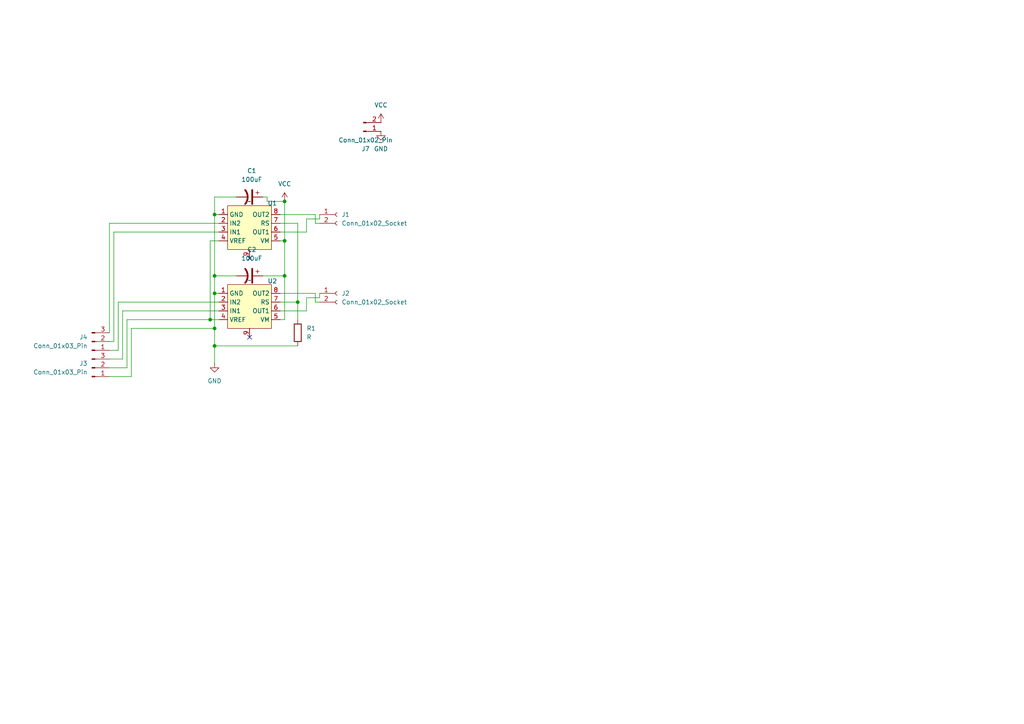
<source format=kicad_sch>
(kicad_sch
	(version 20250114)
	(generator "eeschema")
	(generator_version "9.0")
	(uuid "35fa9cbb-6ce4-4788-a9b5-1bdd47836733")
	(paper "A4")
	(lib_symbols
		(symbol "Connector:Conn_01x02_Pin"
			(pin_names
				(offset 1.016)
				(hide yes)
			)
			(exclude_from_sim no)
			(in_bom yes)
			(on_board yes)
			(property "Reference" "J"
				(at 0 2.54 0)
				(effects
					(font
						(size 1.27 1.27)
					)
				)
			)
			(property "Value" "Conn_01x02_Pin"
				(at 0 -5.08 0)
				(effects
					(font
						(size 1.27 1.27)
					)
				)
			)
			(property "Footprint" ""
				(at 0 0 0)
				(effects
					(font
						(size 1.27 1.27)
					)
					(hide yes)
				)
			)
			(property "Datasheet" "~"
				(at 0 0 0)
				(effects
					(font
						(size 1.27 1.27)
					)
					(hide yes)
				)
			)
			(property "Description" "Generic connector, single row, 01x02, script generated"
				(at 0 0 0)
				(effects
					(font
						(size 1.27 1.27)
					)
					(hide yes)
				)
			)
			(property "ki_locked" ""
				(at 0 0 0)
				(effects
					(font
						(size 1.27 1.27)
					)
				)
			)
			(property "ki_keywords" "connector"
				(at 0 0 0)
				(effects
					(font
						(size 1.27 1.27)
					)
					(hide yes)
				)
			)
			(property "ki_fp_filters" "Connector*:*_1x??_*"
				(at 0 0 0)
				(effects
					(font
						(size 1.27 1.27)
					)
					(hide yes)
				)
			)
			(symbol "Conn_01x02_Pin_1_1"
				(rectangle
					(start 0.8636 0.127)
					(end 0 -0.127)
					(stroke
						(width 0.1524)
						(type default)
					)
					(fill
						(type outline)
					)
				)
				(rectangle
					(start 0.8636 -2.413)
					(end 0 -2.667)
					(stroke
						(width 0.1524)
						(type default)
					)
					(fill
						(type outline)
					)
				)
				(polyline
					(pts
						(xy 1.27 0) (xy 0.8636 0)
					)
					(stroke
						(width 0.1524)
						(type default)
					)
					(fill
						(type none)
					)
				)
				(polyline
					(pts
						(xy 1.27 -2.54) (xy 0.8636 -2.54)
					)
					(stroke
						(width 0.1524)
						(type default)
					)
					(fill
						(type none)
					)
				)
				(pin passive line
					(at 5.08 0 180)
					(length 3.81)
					(name "Pin_1"
						(effects
							(font
								(size 1.27 1.27)
							)
						)
					)
					(number "1"
						(effects
							(font
								(size 1.27 1.27)
							)
						)
					)
				)
				(pin passive line
					(at 5.08 -2.54 180)
					(length 3.81)
					(name "Pin_2"
						(effects
							(font
								(size 1.27 1.27)
							)
						)
					)
					(number "2"
						(effects
							(font
								(size 1.27 1.27)
							)
						)
					)
				)
			)
			(embedded_fonts no)
		)
		(symbol "Connector:Conn_01x02_Socket"
			(pin_names
				(offset 1.016)
				(hide yes)
			)
			(exclude_from_sim no)
			(in_bom yes)
			(on_board yes)
			(property "Reference" "J"
				(at 0 2.54 0)
				(effects
					(font
						(size 1.27 1.27)
					)
				)
			)
			(property "Value" "Conn_01x02_Socket"
				(at 0 -5.08 0)
				(effects
					(font
						(size 1.27 1.27)
					)
				)
			)
			(property "Footprint" ""
				(at 0 0 0)
				(effects
					(font
						(size 1.27 1.27)
					)
					(hide yes)
				)
			)
			(property "Datasheet" "~"
				(at 0 0 0)
				(effects
					(font
						(size 1.27 1.27)
					)
					(hide yes)
				)
			)
			(property "Description" "Generic connector, single row, 01x02, script generated"
				(at 0 0 0)
				(effects
					(font
						(size 1.27 1.27)
					)
					(hide yes)
				)
			)
			(property "ki_locked" ""
				(at 0 0 0)
				(effects
					(font
						(size 1.27 1.27)
					)
				)
			)
			(property "ki_keywords" "connector"
				(at 0 0 0)
				(effects
					(font
						(size 1.27 1.27)
					)
					(hide yes)
				)
			)
			(property "ki_fp_filters" "Connector*:*_1x??_*"
				(at 0 0 0)
				(effects
					(font
						(size 1.27 1.27)
					)
					(hide yes)
				)
			)
			(symbol "Conn_01x02_Socket_1_1"
				(polyline
					(pts
						(xy -1.27 0) (xy -0.508 0)
					)
					(stroke
						(width 0.1524)
						(type default)
					)
					(fill
						(type none)
					)
				)
				(polyline
					(pts
						(xy -1.27 -2.54) (xy -0.508 -2.54)
					)
					(stroke
						(width 0.1524)
						(type default)
					)
					(fill
						(type none)
					)
				)
				(arc
					(start 0 -0.508)
					(mid -0.5058 0)
					(end 0 0.508)
					(stroke
						(width 0.1524)
						(type default)
					)
					(fill
						(type none)
					)
				)
				(arc
					(start 0 -3.048)
					(mid -0.5058 -2.54)
					(end 0 -2.032)
					(stroke
						(width 0.1524)
						(type default)
					)
					(fill
						(type none)
					)
				)
				(pin passive line
					(at -5.08 0 0)
					(length 3.81)
					(name "Pin_1"
						(effects
							(font
								(size 1.27 1.27)
							)
						)
					)
					(number "1"
						(effects
							(font
								(size 1.27 1.27)
							)
						)
					)
				)
				(pin passive line
					(at -5.08 -2.54 0)
					(length 3.81)
					(name "Pin_2"
						(effects
							(font
								(size 1.27 1.27)
							)
						)
					)
					(number "2"
						(effects
							(font
								(size 1.27 1.27)
							)
						)
					)
				)
			)
			(embedded_fonts no)
		)
		(symbol "Connector:Conn_01x03_Pin"
			(pin_names
				(offset 1.016)
				(hide yes)
			)
			(exclude_from_sim no)
			(in_bom yes)
			(on_board yes)
			(property "Reference" "J"
				(at 0 5.08 0)
				(effects
					(font
						(size 1.27 1.27)
					)
				)
			)
			(property "Value" "Conn_01x03_Pin"
				(at 0 -5.08 0)
				(effects
					(font
						(size 1.27 1.27)
					)
				)
			)
			(property "Footprint" ""
				(at 0 0 0)
				(effects
					(font
						(size 1.27 1.27)
					)
					(hide yes)
				)
			)
			(property "Datasheet" "~"
				(at 0 0 0)
				(effects
					(font
						(size 1.27 1.27)
					)
					(hide yes)
				)
			)
			(property "Description" "Generic connector, single row, 01x03, script generated"
				(at 0 0 0)
				(effects
					(font
						(size 1.27 1.27)
					)
					(hide yes)
				)
			)
			(property "ki_locked" ""
				(at 0 0 0)
				(effects
					(font
						(size 1.27 1.27)
					)
				)
			)
			(property "ki_keywords" "connector"
				(at 0 0 0)
				(effects
					(font
						(size 1.27 1.27)
					)
					(hide yes)
				)
			)
			(property "ki_fp_filters" "Connector*:*_1x??_*"
				(at 0 0 0)
				(effects
					(font
						(size 1.27 1.27)
					)
					(hide yes)
				)
			)
			(symbol "Conn_01x03_Pin_1_1"
				(rectangle
					(start 0.8636 2.667)
					(end 0 2.413)
					(stroke
						(width 0.1524)
						(type default)
					)
					(fill
						(type outline)
					)
				)
				(rectangle
					(start 0.8636 0.127)
					(end 0 -0.127)
					(stroke
						(width 0.1524)
						(type default)
					)
					(fill
						(type outline)
					)
				)
				(rectangle
					(start 0.8636 -2.413)
					(end 0 -2.667)
					(stroke
						(width 0.1524)
						(type default)
					)
					(fill
						(type outline)
					)
				)
				(polyline
					(pts
						(xy 1.27 2.54) (xy 0.8636 2.54)
					)
					(stroke
						(width 0.1524)
						(type default)
					)
					(fill
						(type none)
					)
				)
				(polyline
					(pts
						(xy 1.27 0) (xy 0.8636 0)
					)
					(stroke
						(width 0.1524)
						(type default)
					)
					(fill
						(type none)
					)
				)
				(polyline
					(pts
						(xy 1.27 -2.54) (xy 0.8636 -2.54)
					)
					(stroke
						(width 0.1524)
						(type default)
					)
					(fill
						(type none)
					)
				)
				(pin passive line
					(at 5.08 2.54 180)
					(length 3.81)
					(name "Pin_1"
						(effects
							(font
								(size 1.27 1.27)
							)
						)
					)
					(number "1"
						(effects
							(font
								(size 1.27 1.27)
							)
						)
					)
				)
				(pin passive line
					(at 5.08 0 180)
					(length 3.81)
					(name "Pin_2"
						(effects
							(font
								(size 1.27 1.27)
							)
						)
					)
					(number "2"
						(effects
							(font
								(size 1.27 1.27)
							)
						)
					)
				)
				(pin passive line
					(at 5.08 -2.54 180)
					(length 3.81)
					(name "Pin_3"
						(effects
							(font
								(size 1.27 1.27)
							)
						)
					)
					(number "3"
						(effects
							(font
								(size 1.27 1.27)
							)
						)
					)
				)
			)
			(embedded_fonts no)
		)
		(symbol "Device:C_Polarized_US"
			(pin_numbers
				(hide yes)
			)
			(pin_names
				(offset 0.254)
				(hide yes)
			)
			(exclude_from_sim no)
			(in_bom yes)
			(on_board yes)
			(property "Reference" "C"
				(at 0.635 2.54 0)
				(effects
					(font
						(size 1.27 1.27)
					)
					(justify left)
				)
			)
			(property "Value" "C_Polarized_US"
				(at 0.635 -2.54 0)
				(effects
					(font
						(size 1.27 1.27)
					)
					(justify left)
				)
			)
			(property "Footprint" ""
				(at 0 0 0)
				(effects
					(font
						(size 1.27 1.27)
					)
					(hide yes)
				)
			)
			(property "Datasheet" "~"
				(at 0 0 0)
				(effects
					(font
						(size 1.27 1.27)
					)
					(hide yes)
				)
			)
			(property "Description" "Polarized capacitor, US symbol"
				(at 0 0 0)
				(effects
					(font
						(size 1.27 1.27)
					)
					(hide yes)
				)
			)
			(property "ki_keywords" "cap capacitor"
				(at 0 0 0)
				(effects
					(font
						(size 1.27 1.27)
					)
					(hide yes)
				)
			)
			(property "ki_fp_filters" "CP_*"
				(at 0 0 0)
				(effects
					(font
						(size 1.27 1.27)
					)
					(hide yes)
				)
			)
			(symbol "C_Polarized_US_0_1"
				(polyline
					(pts
						(xy -2.032 0.762) (xy 2.032 0.762)
					)
					(stroke
						(width 0.508)
						(type default)
					)
					(fill
						(type none)
					)
				)
				(polyline
					(pts
						(xy -1.778 2.286) (xy -0.762 2.286)
					)
					(stroke
						(width 0)
						(type default)
					)
					(fill
						(type none)
					)
				)
				(polyline
					(pts
						(xy -1.27 1.778) (xy -1.27 2.794)
					)
					(stroke
						(width 0)
						(type default)
					)
					(fill
						(type none)
					)
				)
				(arc
					(start -2.032 -1.27)
					(mid 0 -0.5572)
					(end 2.032 -1.27)
					(stroke
						(width 0.508)
						(type default)
					)
					(fill
						(type none)
					)
				)
			)
			(symbol "C_Polarized_US_1_1"
				(pin passive line
					(at 0 3.81 270)
					(length 2.794)
					(name "~"
						(effects
							(font
								(size 1.27 1.27)
							)
						)
					)
					(number "1"
						(effects
							(font
								(size 1.27 1.27)
							)
						)
					)
				)
				(pin passive line
					(at 0 -3.81 90)
					(length 3.302)
					(name "~"
						(effects
							(font
								(size 1.27 1.27)
							)
						)
					)
					(number "2"
						(effects
							(font
								(size 1.27 1.27)
							)
						)
					)
				)
			)
			(embedded_fonts no)
		)
		(symbol "Device:R"
			(pin_numbers
				(hide yes)
			)
			(pin_names
				(offset 0)
			)
			(exclude_from_sim no)
			(in_bom yes)
			(on_board yes)
			(property "Reference" "R"
				(at 2.032 0 90)
				(effects
					(font
						(size 1.27 1.27)
					)
				)
			)
			(property "Value" "R"
				(at 0 0 90)
				(effects
					(font
						(size 1.27 1.27)
					)
				)
			)
			(property "Footprint" ""
				(at -1.778 0 90)
				(effects
					(font
						(size 1.27 1.27)
					)
					(hide yes)
				)
			)
			(property "Datasheet" "~"
				(at 0 0 0)
				(effects
					(font
						(size 1.27 1.27)
					)
					(hide yes)
				)
			)
			(property "Description" "Resistor"
				(at 0 0 0)
				(effects
					(font
						(size 1.27 1.27)
					)
					(hide yes)
				)
			)
			(property "ki_keywords" "R res resistor"
				(at 0 0 0)
				(effects
					(font
						(size 1.27 1.27)
					)
					(hide yes)
				)
			)
			(property "ki_fp_filters" "R_*"
				(at 0 0 0)
				(effects
					(font
						(size 1.27 1.27)
					)
					(hide yes)
				)
			)
			(symbol "R_0_1"
				(rectangle
					(start -1.016 -2.54)
					(end 1.016 2.54)
					(stroke
						(width 0.254)
						(type default)
					)
					(fill
						(type none)
					)
				)
			)
			(symbol "R_1_1"
				(pin passive line
					(at 0 3.81 270)
					(length 1.27)
					(name "~"
						(effects
							(font
								(size 1.27 1.27)
							)
						)
					)
					(number "1"
						(effects
							(font
								(size 1.27 1.27)
							)
						)
					)
				)
				(pin passive line
					(at 0 -3.81 90)
					(length 1.27)
					(name "~"
						(effects
							(font
								(size 1.27 1.27)
							)
						)
					)
					(number "2"
						(effects
							(font
								(size 1.27 1.27)
							)
						)
					)
				)
			)
			(embedded_fonts no)
		)
		(symbol "Mtd:TB67H450"
			(exclude_from_sim no)
			(in_bom yes)
			(on_board yes)
			(property "Reference" "U"
				(at 0 2.794 0)
				(effects
					(font
						(size 1.27 1.27)
					)
				)
			)
			(property "Value" ""
				(at 0 0 0)
				(effects
					(font
						(size 1.27 1.27)
					)
				)
			)
			(property "Footprint" ""
				(at 0 0 0)
				(effects
					(font
						(size 1.27 1.27)
					)
					(hide yes)
				)
			)
			(property "Datasheet" ""
				(at 0 0 0)
				(effects
					(font
						(size 1.27 1.27)
					)
					(hide yes)
				)
			)
			(property "Description" ""
				(at 0 0 0)
				(effects
					(font
						(size 1.27 1.27)
					)
					(hide yes)
				)
			)
			(symbol "TB67H450_1_1"
				(rectangle
					(start -6.35 0)
					(end 6.35 -12.7)
					(stroke
						(width 0)
						(type solid)
					)
					(fill
						(type background)
					)
				)
				(pin bidirectional line
					(at -8.89 -2.54 0)
					(length 2.54)
					(name "GND"
						(effects
							(font
								(size 1.27 1.27)
							)
						)
					)
					(number "1"
						(effects
							(font
								(size 1.27 1.27)
							)
						)
					)
				)
				(pin bidirectional line
					(at -8.89 -5.08 0)
					(length 2.54)
					(name "IN2"
						(effects
							(font
								(size 1.27 1.27)
							)
						)
					)
					(number "2"
						(effects
							(font
								(size 1.27 1.27)
							)
						)
					)
				)
				(pin bidirectional line
					(at -8.89 -7.62 0)
					(length 2.54)
					(name "IN1"
						(effects
							(font
								(size 1.27 1.27)
							)
						)
					)
					(number "3"
						(effects
							(font
								(size 1.27 1.27)
							)
						)
					)
				)
				(pin bidirectional line
					(at -8.89 -10.16 0)
					(length 2.54)
					(name "VREF"
						(effects
							(font
								(size 1.27 1.27)
							)
						)
					)
					(number "4"
						(effects
							(font
								(size 1.27 1.27)
							)
						)
					)
				)
				(pin bidirectional line
					(at 0 -15.24 90)
					(length 2.54)
					(name ""
						(effects
							(font
								(size 1.27 1.27)
							)
						)
					)
					(number "9"
						(effects
							(font
								(size 1.27 1.27)
							)
						)
					)
				)
				(pin bidirectional line
					(at 8.89 -2.54 180)
					(length 2.54)
					(name "OUT2"
						(effects
							(font
								(size 1.27 1.27)
							)
						)
					)
					(number "8"
						(effects
							(font
								(size 1.27 1.27)
							)
						)
					)
				)
				(pin bidirectional line
					(at 8.89 -5.08 180)
					(length 2.54)
					(name "RS"
						(effects
							(font
								(size 1.27 1.27)
							)
						)
					)
					(number "7"
						(effects
							(font
								(size 1.27 1.27)
							)
						)
					)
				)
				(pin bidirectional line
					(at 8.89 -7.62 180)
					(length 2.54)
					(name "OUT1"
						(effects
							(font
								(size 1.27 1.27)
							)
						)
					)
					(number "6"
						(effects
							(font
								(size 1.27 1.27)
							)
						)
					)
				)
				(pin bidirectional line
					(at 8.89 -10.16 180)
					(length 2.54)
					(name "VM"
						(effects
							(font
								(size 1.27 1.27)
							)
						)
					)
					(number "5"
						(effects
							(font
								(size 1.27 1.27)
							)
						)
					)
				)
			)
			(embedded_fonts no)
		)
		(symbol "TB67H450_1"
			(exclude_from_sim no)
			(in_bom yes)
			(on_board yes)
			(property "Reference" "U"
				(at 0 2.794 0)
				(effects
					(font
						(size 1.27 1.27)
					)
				)
			)
			(property "Value" ""
				(at 0 0 0)
				(effects
					(font
						(size 1.27 1.27)
					)
				)
			)
			(property "Footprint" ""
				(at 0 0 0)
				(effects
					(font
						(size 1.27 1.27)
					)
					(hide yes)
				)
			)
			(property "Datasheet" ""
				(at 0 0 0)
				(effects
					(font
						(size 1.27 1.27)
					)
					(hide yes)
				)
			)
			(property "Description" ""
				(at 0 0 0)
				(effects
					(font
						(size 1.27 1.27)
					)
					(hide yes)
				)
			)
			(symbol "TB67H450_1_1_1"
				(rectangle
					(start -6.35 0)
					(end 6.35 -12.7)
					(stroke
						(width 0)
						(type solid)
					)
					(fill
						(type background)
					)
				)
				(pin bidirectional line
					(at -8.89 -2.54 0)
					(length 2.54)
					(name "GND"
						(effects
							(font
								(size 1.27 1.27)
							)
						)
					)
					(number "1"
						(effects
							(font
								(size 1.27 1.27)
							)
						)
					)
				)
				(pin bidirectional line
					(at -8.89 -5.08 0)
					(length 2.54)
					(name "IN2"
						(effects
							(font
								(size 1.27 1.27)
							)
						)
					)
					(number "2"
						(effects
							(font
								(size 1.27 1.27)
							)
						)
					)
				)
				(pin bidirectional line
					(at -8.89 -7.62 0)
					(length 2.54)
					(name "IN1"
						(effects
							(font
								(size 1.27 1.27)
							)
						)
					)
					(number "3"
						(effects
							(font
								(size 1.27 1.27)
							)
						)
					)
				)
				(pin bidirectional line
					(at -8.89 -10.16 0)
					(length 2.54)
					(name "VREF"
						(effects
							(font
								(size 1.27 1.27)
							)
						)
					)
					(number "4"
						(effects
							(font
								(size 1.27 1.27)
							)
						)
					)
				)
				(pin bidirectional line
					(at 0 -15.24 90)
					(length 2.54)
					(name ""
						(effects
							(font
								(size 1.27 1.27)
							)
						)
					)
					(number "9"
						(effects
							(font
								(size 1.27 1.27)
							)
						)
					)
				)
				(pin bidirectional line
					(at 8.89 -2.54 180)
					(length 2.54)
					(name "OUT2"
						(effects
							(font
								(size 1.27 1.27)
							)
						)
					)
					(number "8"
						(effects
							(font
								(size 1.27 1.27)
							)
						)
					)
				)
				(pin bidirectional line
					(at 8.89 -5.08 180)
					(length 2.54)
					(name "RS"
						(effects
							(font
								(size 1.27 1.27)
							)
						)
					)
					(number "7"
						(effects
							(font
								(size 1.27 1.27)
							)
						)
					)
				)
				(pin bidirectional line
					(at 8.89 -7.62 180)
					(length 2.54)
					(name "OUT1"
						(effects
							(font
								(size 1.27 1.27)
							)
						)
					)
					(number "6"
						(effects
							(font
								(size 1.27 1.27)
							)
						)
					)
				)
				(pin bidirectional line
					(at 8.89 -10.16 180)
					(length 2.54)
					(name "VM"
						(effects
							(font
								(size 1.27 1.27)
							)
						)
					)
					(number "5"
						(effects
							(font
								(size 1.27 1.27)
							)
						)
					)
				)
			)
			(embedded_fonts no)
		)
		(symbol "power:GND"
			(power)
			(pin_numbers
				(hide yes)
			)
			(pin_names
				(offset 0)
				(hide yes)
			)
			(exclude_from_sim no)
			(in_bom yes)
			(on_board yes)
			(property "Reference" "#PWR"
				(at 0 -6.35 0)
				(effects
					(font
						(size 1.27 1.27)
					)
					(hide yes)
				)
			)
			(property "Value" "GND"
				(at 0 -3.81 0)
				(effects
					(font
						(size 1.27 1.27)
					)
				)
			)
			(property "Footprint" ""
				(at 0 0 0)
				(effects
					(font
						(size 1.27 1.27)
					)
					(hide yes)
				)
			)
			(property "Datasheet" ""
				(at 0 0 0)
				(effects
					(font
						(size 1.27 1.27)
					)
					(hide yes)
				)
			)
			(property "Description" "Power symbol creates a global label with name \"GND\" , ground"
				(at 0 0 0)
				(effects
					(font
						(size 1.27 1.27)
					)
					(hide yes)
				)
			)
			(property "ki_keywords" "global power"
				(at 0 0 0)
				(effects
					(font
						(size 1.27 1.27)
					)
					(hide yes)
				)
			)
			(symbol "GND_0_1"
				(polyline
					(pts
						(xy 0 0) (xy 0 -1.27) (xy 1.27 -1.27) (xy 0 -2.54) (xy -1.27 -1.27) (xy 0 -1.27)
					)
					(stroke
						(width 0)
						(type default)
					)
					(fill
						(type none)
					)
				)
			)
			(symbol "GND_1_1"
				(pin power_in line
					(at 0 0 270)
					(length 0)
					(name "~"
						(effects
							(font
								(size 1.27 1.27)
							)
						)
					)
					(number "1"
						(effects
							(font
								(size 1.27 1.27)
							)
						)
					)
				)
			)
			(embedded_fonts no)
		)
		(symbol "power:VCC"
			(power)
			(pin_numbers
				(hide yes)
			)
			(pin_names
				(offset 0)
				(hide yes)
			)
			(exclude_from_sim no)
			(in_bom yes)
			(on_board yes)
			(property "Reference" "#PWR"
				(at 0 -3.81 0)
				(effects
					(font
						(size 1.27 1.27)
					)
					(hide yes)
				)
			)
			(property "Value" "VCC"
				(at 0 3.556 0)
				(effects
					(font
						(size 1.27 1.27)
					)
				)
			)
			(property "Footprint" ""
				(at 0 0 0)
				(effects
					(font
						(size 1.27 1.27)
					)
					(hide yes)
				)
			)
			(property "Datasheet" ""
				(at 0 0 0)
				(effects
					(font
						(size 1.27 1.27)
					)
					(hide yes)
				)
			)
			(property "Description" "Power symbol creates a global label with name \"VCC\""
				(at 0 0 0)
				(effects
					(font
						(size 1.27 1.27)
					)
					(hide yes)
				)
			)
			(property "ki_keywords" "global power"
				(at 0 0 0)
				(effects
					(font
						(size 1.27 1.27)
					)
					(hide yes)
				)
			)
			(symbol "VCC_0_1"
				(polyline
					(pts
						(xy -0.762 1.27) (xy 0 2.54)
					)
					(stroke
						(width 0)
						(type default)
					)
					(fill
						(type none)
					)
				)
				(polyline
					(pts
						(xy 0 2.54) (xy 0.762 1.27)
					)
					(stroke
						(width 0)
						(type default)
					)
					(fill
						(type none)
					)
				)
				(polyline
					(pts
						(xy 0 0) (xy 0 2.54)
					)
					(stroke
						(width 0)
						(type default)
					)
					(fill
						(type none)
					)
				)
			)
			(symbol "VCC_1_1"
				(pin power_in line
					(at 0 0 90)
					(length 0)
					(name "~"
						(effects
							(font
								(size 1.27 1.27)
							)
						)
					)
					(number "1"
						(effects
							(font
								(size 1.27 1.27)
							)
						)
					)
				)
			)
			(embedded_fonts no)
		)
	)
	(junction
		(at 62.23 62.23)
		(diameter 0)
		(color 0 0 0 0)
		(uuid "168e99bd-716d-4500-97f5-417b1a418b91")
	)
	(junction
		(at 82.55 58.42)
		(diameter 0)
		(color 0 0 0 0)
		(uuid "294d282d-987d-4f2c-aeb3-e0e9edac6fa4")
	)
	(junction
		(at 86.36 87.63)
		(diameter 0)
		(color 0 0 0 0)
		(uuid "2eae34d3-0948-47fc-81f8-0b20b563f310")
	)
	(junction
		(at 60.96 92.71)
		(diameter 0)
		(color 0 0 0 0)
		(uuid "3084adf3-51c0-4ea6-8351-ebe79596795d")
	)
	(junction
		(at 62.23 95.25)
		(diameter 0)
		(color 0 0 0 0)
		(uuid "4e7383e1-640d-4121-a4bc-e9d2efd2016b")
	)
	(junction
		(at 62.23 100.33)
		(diameter 0)
		(color 0 0 0 0)
		(uuid "53f4fb99-16a6-40bb-87ec-4132b7e1332c")
	)
	(junction
		(at 62.23 80.01)
		(diameter 0)
		(color 0 0 0 0)
		(uuid "5df7c6c1-8ff7-4be0-830d-4b26758f93fb")
	)
	(junction
		(at 82.55 80.01)
		(diameter 0)
		(color 0 0 0 0)
		(uuid "6940ec18-3a0e-43cb-9154-26c36bd5d94b")
	)
	(junction
		(at 62.23 85.09)
		(diameter 0)
		(color 0 0 0 0)
		(uuid "e44a23b5-8e5f-419d-8b19-2cb711463eda")
	)
	(junction
		(at 82.55 69.85)
		(diameter 0)
		(color 0 0 0 0)
		(uuid "f9dbef03-945b-4747-a7bc-4e6a7fba2ff8")
	)
	(no_connect
		(at 72.39 97.79)
		(uuid "9cf92017-af00-4e42-bbaa-85978971904b")
	)
	(no_connect
		(at 72.39 74.93)
		(uuid "ee3ec423-1045-4d8a-96fc-7f89e9fd1499")
	)
	(wire
		(pts
			(xy 31.75 109.22) (xy 38.1 109.22)
		)
		(stroke
			(width 0)
			(type default)
		)
		(uuid "02cc570f-e61b-47ba-b85e-0bc2c3058a0d")
	)
	(wire
		(pts
			(xy 38.1 95.25) (xy 62.23 95.25)
		)
		(stroke
			(width 0)
			(type default)
		)
		(uuid "0be9c555-6490-4845-b84b-47b594777bf6")
	)
	(wire
		(pts
			(xy 34.29 101.6) (xy 34.29 87.63)
		)
		(stroke
			(width 0)
			(type default)
		)
		(uuid "0e8bf80d-d13e-45d7-a152-9869c905c10f")
	)
	(wire
		(pts
			(xy 35.56 104.14) (xy 31.75 104.14)
		)
		(stroke
			(width 0)
			(type default)
		)
		(uuid "11d82fa7-cb35-49b0-b9b0-90046060c8e1")
	)
	(wire
		(pts
			(xy 35.56 90.17) (xy 35.56 104.14)
		)
		(stroke
			(width 0)
			(type default)
		)
		(uuid "150de3c7-01e6-4d56-92a4-7ccf5ea717fd")
	)
	(wire
		(pts
			(xy 92.71 86.36) (xy 92.71 85.09)
		)
		(stroke
			(width 0)
			(type default)
		)
		(uuid "17148bc8-7269-4428-b6d2-4abde092cd39")
	)
	(wire
		(pts
			(xy 92.71 63.5) (xy 92.71 62.23)
		)
		(stroke
			(width 0)
			(type default)
		)
		(uuid "1a2de32a-8087-4700-ba99-9cbf6c88309a")
	)
	(wire
		(pts
			(xy 62.23 95.25) (xy 62.23 100.33)
		)
		(stroke
			(width 0)
			(type default)
		)
		(uuid "1b42411d-bc64-433c-8f9c-3f59422bdbc5")
	)
	(wire
		(pts
			(xy 88.9 63.5) (xy 88.9 67.31)
		)
		(stroke
			(width 0)
			(type default)
		)
		(uuid "1ea498c5-25c6-43ca-9154-c8ccceefe06e")
	)
	(wire
		(pts
			(xy 62.23 62.23) (xy 62.23 80.01)
		)
		(stroke
			(width 0)
			(type default)
		)
		(uuid "1eb0aad0-d3f2-4803-99a5-1a6578d2375d")
	)
	(wire
		(pts
			(xy 62.23 80.01) (xy 68.58 80.01)
		)
		(stroke
			(width 0)
			(type default)
		)
		(uuid "216e64d0-ec9a-4981-baff-b0c8acd44724")
	)
	(wire
		(pts
			(xy 76.2 80.01) (xy 82.55 80.01)
		)
		(stroke
			(width 0)
			(type default)
		)
		(uuid "21c286bc-7325-4d73-b863-895c28035e0a")
	)
	(wire
		(pts
			(xy 36.83 92.71) (xy 36.83 106.68)
		)
		(stroke
			(width 0)
			(type default)
		)
		(uuid "235677eb-b3dc-4a86-ad79-d6d867e0f1e3")
	)
	(wire
		(pts
			(xy 31.75 64.77) (xy 31.75 96.52)
		)
		(stroke
			(width 0)
			(type default)
		)
		(uuid "24fee7e0-40a2-4ffc-a57b-faad614901b0")
	)
	(wire
		(pts
			(xy 86.36 64.77) (xy 86.36 87.63)
		)
		(stroke
			(width 0)
			(type default)
		)
		(uuid "256c2cb7-26c4-496c-a737-429ca09ca42f")
	)
	(wire
		(pts
			(xy 81.28 64.77) (xy 86.36 64.77)
		)
		(stroke
			(width 0)
			(type default)
		)
		(uuid "2bad7765-bd3a-4080-b01d-a92f81ee47f0")
	)
	(wire
		(pts
			(xy 81.28 62.23) (xy 91.44 62.23)
		)
		(stroke
			(width 0)
			(type default)
		)
		(uuid "2cd2affc-4cc0-467d-8aa4-4e46434af3b8")
	)
	(wire
		(pts
			(xy 81.28 67.31) (xy 88.9 67.31)
		)
		(stroke
			(width 0)
			(type default)
		)
		(uuid "35a395d1-d8ec-4ed2-b5b1-4bb5222342d5")
	)
	(wire
		(pts
			(xy 63.5 62.23) (xy 62.23 62.23)
		)
		(stroke
			(width 0)
			(type default)
		)
		(uuid "3694ff5b-fefc-4470-83f6-8172fb001550")
	)
	(wire
		(pts
			(xy 88.9 86.36) (xy 92.71 86.36)
		)
		(stroke
			(width 0)
			(type default)
		)
		(uuid "374a59ff-77b4-494a-b9b2-e2a2d6e50789")
	)
	(wire
		(pts
			(xy 33.02 67.31) (xy 33.02 99.06)
		)
		(stroke
			(width 0)
			(type default)
		)
		(uuid "3ca750b6-358d-4958-acc2-38a97f61567e")
	)
	(wire
		(pts
			(xy 62.23 100.33) (xy 62.23 105.41)
		)
		(stroke
			(width 0)
			(type default)
		)
		(uuid "3da9b9d1-4bb3-416f-a31b-b8f82687f32b")
	)
	(wire
		(pts
			(xy 91.44 85.09) (xy 91.44 87.63)
		)
		(stroke
			(width 0)
			(type default)
		)
		(uuid "3fd05d06-ccc2-415f-8c03-e3758dcad94f")
	)
	(wire
		(pts
			(xy 62.23 100.33) (xy 86.36 100.33)
		)
		(stroke
			(width 0)
			(type default)
		)
		(uuid "483c3ffd-c965-4149-869f-d5387b9577d1")
	)
	(wire
		(pts
			(xy 63.5 90.17) (xy 35.56 90.17)
		)
		(stroke
			(width 0)
			(type default)
		)
		(uuid "484ce579-9017-409a-9b76-e4c004fb0404")
	)
	(wire
		(pts
			(xy 60.96 92.71) (xy 36.83 92.71)
		)
		(stroke
			(width 0)
			(type default)
		)
		(uuid "60906f0e-6001-4fe3-96a1-1f0a2e58bf9d")
	)
	(wire
		(pts
			(xy 81.28 85.09) (xy 91.44 85.09)
		)
		(stroke
			(width 0)
			(type default)
		)
		(uuid "61d60cf6-b55f-4162-a1f3-f13c8a291791")
	)
	(wire
		(pts
			(xy 62.23 85.09) (xy 63.5 85.09)
		)
		(stroke
			(width 0)
			(type default)
		)
		(uuid "68b6feed-ba79-4e56-909d-dd9ca9c51b4f")
	)
	(wire
		(pts
			(xy 81.28 90.17) (xy 88.9 90.17)
		)
		(stroke
			(width 0)
			(type default)
		)
		(uuid "6924e05d-e592-4971-95c2-a257bd67feed")
	)
	(wire
		(pts
			(xy 62.23 57.15) (xy 62.23 62.23)
		)
		(stroke
			(width 0)
			(type default)
		)
		(uuid "70f8719d-2daa-4dbc-b692-e7ea49d124d2")
	)
	(wire
		(pts
			(xy 82.55 80.01) (xy 82.55 92.71)
		)
		(stroke
			(width 0)
			(type default)
		)
		(uuid "74d09378-fb32-4f1c-95c9-6af68595a2fb")
	)
	(wire
		(pts
			(xy 82.55 58.42) (xy 82.55 69.85)
		)
		(stroke
			(width 0)
			(type default)
		)
		(uuid "7eda7bcd-f58d-476b-8a32-e55d9b753baa")
	)
	(wire
		(pts
			(xy 81.28 69.85) (xy 82.55 69.85)
		)
		(stroke
			(width 0)
			(type default)
		)
		(uuid "8c5b8bc2-25f7-4f0a-ba54-3d68483aeb4d")
	)
	(wire
		(pts
			(xy 82.55 69.85) (xy 82.55 80.01)
		)
		(stroke
			(width 0)
			(type default)
		)
		(uuid "8fe39ece-2ffe-477b-a826-e15ff3f922fe")
	)
	(wire
		(pts
			(xy 31.75 106.68) (xy 36.83 106.68)
		)
		(stroke
			(width 0)
			(type default)
		)
		(uuid "93f2f07b-11c0-432f-86d2-1565a470e820")
	)
	(wire
		(pts
			(xy 86.36 87.63) (xy 86.36 92.71)
		)
		(stroke
			(width 0)
			(type default)
		)
		(uuid "9a0231da-4f3a-4d6a-bc92-c46f1bfa319e")
	)
	(wire
		(pts
			(xy 88.9 63.5) (xy 92.71 63.5)
		)
		(stroke
			(width 0)
			(type default)
		)
		(uuid "9ddf93c1-2634-4549-aba6-b664fc914591")
	)
	(wire
		(pts
			(xy 91.44 62.23) (xy 91.44 64.77)
		)
		(stroke
			(width 0)
			(type default)
		)
		(uuid "9f3a0094-5915-406a-8900-b1a80ef78883")
	)
	(wire
		(pts
			(xy 63.5 69.85) (xy 60.96 69.85)
		)
		(stroke
			(width 0)
			(type default)
		)
		(uuid "a0f45411-2231-4e97-80c4-e2bfe7f7a677")
	)
	(wire
		(pts
			(xy 63.5 67.31) (xy 33.02 67.31)
		)
		(stroke
			(width 0)
			(type default)
		)
		(uuid "a1f67e77-0f72-43c4-8e17-02f69a49d9df")
	)
	(wire
		(pts
			(xy 62.23 85.09) (xy 62.23 95.25)
		)
		(stroke
			(width 0)
			(type default)
		)
		(uuid "a3c04193-94c0-4ff7-8f80-fa9cae1b50b8")
	)
	(wire
		(pts
			(xy 77.47 57.15) (xy 77.47 58.42)
		)
		(stroke
			(width 0)
			(type default)
		)
		(uuid "a63cdef8-aff2-449d-b7b5-956273d0dd90")
	)
	(wire
		(pts
			(xy 82.55 92.71) (xy 81.28 92.71)
		)
		(stroke
			(width 0)
			(type default)
		)
		(uuid "aa4b91d2-9bec-4c1e-99f4-d0a1a2a31d81")
	)
	(wire
		(pts
			(xy 76.2 57.15) (xy 77.47 57.15)
		)
		(stroke
			(width 0)
			(type default)
		)
		(uuid "aa9442c5-87de-4de4-8f08-9315bc45c460")
	)
	(wire
		(pts
			(xy 91.44 87.63) (xy 92.71 87.63)
		)
		(stroke
			(width 0)
			(type default)
		)
		(uuid "b180a653-3b51-4270-a378-eb75317c763d")
	)
	(wire
		(pts
			(xy 91.44 64.77) (xy 92.71 64.77)
		)
		(stroke
			(width 0)
			(type default)
		)
		(uuid "b2ce89ef-e9d6-4e08-b7c6-cb346082e649")
	)
	(wire
		(pts
			(xy 68.58 57.15) (xy 62.23 57.15)
		)
		(stroke
			(width 0)
			(type default)
		)
		(uuid "b7333d58-7cb6-4b04-90f7-67fb3f17b400")
	)
	(wire
		(pts
			(xy 33.02 99.06) (xy 31.75 99.06)
		)
		(stroke
			(width 0)
			(type default)
		)
		(uuid "b882feb5-0e50-4ed7-8dff-3e85a9948368")
	)
	(wire
		(pts
			(xy 34.29 87.63) (xy 63.5 87.63)
		)
		(stroke
			(width 0)
			(type default)
		)
		(uuid "ba32989c-13f6-4527-9e76-99eb6ad56305")
	)
	(wire
		(pts
			(xy 31.75 101.6) (xy 34.29 101.6)
		)
		(stroke
			(width 0)
			(type default)
		)
		(uuid "c93f8d10-8bcc-4a10-b75e-6813310999eb")
	)
	(wire
		(pts
			(xy 31.75 64.77) (xy 63.5 64.77)
		)
		(stroke
			(width 0)
			(type default)
		)
		(uuid "caf9b1f1-b3ea-46ad-a722-78f4892d3c60")
	)
	(wire
		(pts
			(xy 86.36 87.63) (xy 81.28 87.63)
		)
		(stroke
			(width 0)
			(type default)
		)
		(uuid "d0ad8dac-f16d-4d9e-8203-81387ee6c470")
	)
	(wire
		(pts
			(xy 60.96 69.85) (xy 60.96 92.71)
		)
		(stroke
			(width 0)
			(type default)
		)
		(uuid "d3638e17-e0fe-4650-aee3-df427daac642")
	)
	(wire
		(pts
			(xy 38.1 109.22) (xy 38.1 95.25)
		)
		(stroke
			(width 0)
			(type default)
		)
		(uuid "dc740fa0-9807-497a-b4af-78118300135c")
	)
	(wire
		(pts
			(xy 77.47 58.42) (xy 82.55 58.42)
		)
		(stroke
			(width 0)
			(type default)
		)
		(uuid "df055604-ad04-4cd2-9bb0-dfb0588c9f58")
	)
	(wire
		(pts
			(xy 62.23 80.01) (xy 62.23 85.09)
		)
		(stroke
			(width 0)
			(type default)
		)
		(uuid "e9e72957-25e1-44b9-b51a-8b3a6c6ac745")
	)
	(wire
		(pts
			(xy 60.96 92.71) (xy 63.5 92.71)
		)
		(stroke
			(width 0)
			(type default)
		)
		(uuid "eed547f7-6818-4768-940f-bb936a18efa7")
	)
	(wire
		(pts
			(xy 88.9 86.36) (xy 88.9 90.17)
		)
		(stroke
			(width 0)
			(type default)
		)
		(uuid "efd00568-bb07-41ad-bafa-0c6ae70ced6e")
	)
	(symbol
		(lib_id "Device:R")
		(at 86.36 96.52 0)
		(unit 1)
		(exclude_from_sim no)
		(in_bom yes)
		(on_board yes)
		(dnp no)
		(fields_autoplaced yes)
		(uuid "0bec72e4-4db8-43d9-8e40-52894729c5c0")
		(property "Reference" "R1"
			(at 88.9 95.2499 0)
			(effects
				(font
					(size 1.27 1.27)
				)
				(justify left)
			)
		)
		(property "Value" "R"
			(at 88.9 97.7899 0)
			(effects
				(font
					(size 1.27 1.27)
				)
				(justify left)
			)
		)
		(property "Footprint" "Resistor_THT:R_Axial_DIN0207_L6.3mm_D2.5mm_P10.16mm_Horizontal"
			(at 84.582 96.52 90)
			(effects
				(font
					(size 1.27 1.27)
				)
				(hide yes)
			)
		)
		(property "Datasheet" "~"
			(at 86.36 96.52 0)
			(effects
				(font
					(size 1.27 1.27)
				)
				(hide yes)
			)
		)
		(property "Description" "Resistor"
			(at 86.36 96.52 0)
			(effects
				(font
					(size 1.27 1.27)
				)
				(hide yes)
			)
		)
		(pin "2"
			(uuid "76ab8f98-27a9-45a9-b679-69b742cfe77c")
		)
		(pin "1"
			(uuid "a54c984f-5469-4b1a-b17a-d5f6f7ea157e")
		)
		(instances
			(project ""
				(path "/35fa9cbb-6ce4-4788-a9b5-1bdd47836733"
					(reference "R1")
					(unit 1)
				)
			)
		)
	)
	(symbol
		(lib_id "Device:C_Polarized_US")
		(at 72.39 57.15 270)
		(unit 1)
		(exclude_from_sim no)
		(in_bom yes)
		(on_board yes)
		(dnp no)
		(fields_autoplaced yes)
		(uuid "35422d01-943b-4c67-9c26-f35ce71fea49")
		(property "Reference" "C1"
			(at 73.025 49.53 90)
			(effects
				(font
					(size 1.27 1.27)
				)
			)
		)
		(property "Value" "100uF"
			(at 73.025 52.07 90)
			(effects
				(font
					(size 1.27 1.27)
				)
			)
		)
		(property "Footprint" "Capacitor_THT:CP_Radial_D6.3mm_P2.50mm"
			(at 72.39 57.15 0)
			(effects
				(font
					(size 1.27 1.27)
				)
				(hide yes)
			)
		)
		(property "Datasheet" "~"
			(at 72.39 57.15 0)
			(effects
				(font
					(size 1.27 1.27)
				)
				(hide yes)
			)
		)
		(property "Description" "Polarized capacitor, US symbol"
			(at 72.39 57.15 0)
			(effects
				(font
					(size 1.27 1.27)
				)
				(hide yes)
			)
		)
		(pin "1"
			(uuid "dcc4ee55-63bd-4d20-8bd3-c32450587a24")
		)
		(pin "2"
			(uuid "d4b11984-253f-4b12-b516-ee17b534991f")
		)
		(instances
			(project ""
				(path "/35fa9cbb-6ce4-4788-a9b5-1bdd47836733"
					(reference "C1")
					(unit 1)
				)
			)
		)
	)
	(symbol
		(lib_id "power:GND")
		(at 110.49 38.1 0)
		(unit 1)
		(exclude_from_sim no)
		(in_bom yes)
		(on_board yes)
		(dnp no)
		(fields_autoplaced yes)
		(uuid "36b361e6-3889-4f78-912f-97ecdefad27e")
		(property "Reference" "#PWR04"
			(at 110.49 44.45 0)
			(effects
				(font
					(size 1.27 1.27)
				)
				(hide yes)
			)
		)
		(property "Value" "GND"
			(at 110.49 43.18 0)
			(effects
				(font
					(size 1.27 1.27)
				)
			)
		)
		(property "Footprint" ""
			(at 110.49 38.1 0)
			(effects
				(font
					(size 1.27 1.27)
				)
				(hide yes)
			)
		)
		(property "Datasheet" ""
			(at 110.49 38.1 0)
			(effects
				(font
					(size 1.27 1.27)
				)
				(hide yes)
			)
		)
		(property "Description" "Power symbol creates a global label with name \"GND\" , ground"
			(at 110.49 38.1 0)
			(effects
				(font
					(size 1.27 1.27)
				)
				(hide yes)
			)
		)
		(pin "1"
			(uuid "a69b160e-ce65-4cf2-9d68-803fbf04f426")
		)
		(instances
			(project ""
				(path "/35fa9cbb-6ce4-4788-a9b5-1bdd47836733"
					(reference "#PWR04")
					(unit 1)
				)
			)
		)
	)
	(symbol
		(lib_id "Device:C_Polarized_US")
		(at 72.39 80.01 270)
		(unit 1)
		(exclude_from_sim no)
		(in_bom yes)
		(on_board yes)
		(dnp no)
		(fields_autoplaced yes)
		(uuid "3d5ca285-b212-4c3e-b49c-7448f0fd18b3")
		(property "Reference" "C2"
			(at 73.025 72.39 90)
			(effects
				(font
					(size 1.27 1.27)
				)
			)
		)
		(property "Value" "100uF"
			(at 73.025 74.93 90)
			(effects
				(font
					(size 1.27 1.27)
				)
			)
		)
		(property "Footprint" "Capacitor_THT:CP_Radial_D6.3mm_P2.50mm"
			(at 72.39 80.01 0)
			(effects
				(font
					(size 1.27 1.27)
				)
				(hide yes)
			)
		)
		(property "Datasheet" "~"
			(at 72.39 80.01 0)
			(effects
				(font
					(size 1.27 1.27)
				)
				(hide yes)
			)
		)
		(property "Description" "Polarized capacitor, US symbol"
			(at 72.39 80.01 0)
			(effects
				(font
					(size 1.27 1.27)
				)
				(hide yes)
			)
		)
		(pin "1"
			(uuid "7ae0e41b-2b96-4dcc-8e10-0ef5da7d7244")
		)
		(pin "2"
			(uuid "8f1a81bc-954d-4d22-8656-e7396c774a55")
		)
		(instances
			(project "Robocupmtd"
				(path "/35fa9cbb-6ce4-4788-a9b5-1bdd47836733"
					(reference "C2")
					(unit 1)
				)
			)
		)
	)
	(symbol
		(lib_id "power:VCC")
		(at 82.55 58.42 0)
		(unit 1)
		(exclude_from_sim no)
		(in_bom yes)
		(on_board yes)
		(dnp no)
		(fields_autoplaced yes)
		(uuid "44b52846-d66c-4427-be59-c18f6bede4b8")
		(property "Reference" "#PWR02"
			(at 82.55 62.23 0)
			(effects
				(font
					(size 1.27 1.27)
				)
				(hide yes)
			)
		)
		(property "Value" "VCC"
			(at 82.55 53.34 0)
			(effects
				(font
					(size 1.27 1.27)
				)
			)
		)
		(property "Footprint" ""
			(at 82.55 58.42 0)
			(effects
				(font
					(size 1.27 1.27)
				)
				(hide yes)
			)
		)
		(property "Datasheet" ""
			(at 82.55 58.42 0)
			(effects
				(font
					(size 1.27 1.27)
				)
				(hide yes)
			)
		)
		(property "Description" "Power symbol creates a global label with name \"VCC\""
			(at 82.55 58.42 0)
			(effects
				(font
					(size 1.27 1.27)
				)
				(hide yes)
			)
		)
		(pin "1"
			(uuid "c2fad9ac-f4be-4d5b-852e-58e1465f68f4")
		)
		(instances
			(project ""
				(path "/35fa9cbb-6ce4-4788-a9b5-1bdd47836733"
					(reference "#PWR02")
					(unit 1)
				)
			)
		)
	)
	(symbol
		(lib_id "power:GND")
		(at 62.23 105.41 0)
		(unit 1)
		(exclude_from_sim no)
		(in_bom yes)
		(on_board yes)
		(dnp no)
		(fields_autoplaced yes)
		(uuid "53824dce-4804-4679-a4fd-62131e98eb9f")
		(property "Reference" "#PWR01"
			(at 62.23 111.76 0)
			(effects
				(font
					(size 1.27 1.27)
				)
				(hide yes)
			)
		)
		(property "Value" "GND"
			(at 62.23 110.49 0)
			(effects
				(font
					(size 1.27 1.27)
				)
			)
		)
		(property "Footprint" ""
			(at 62.23 105.41 0)
			(effects
				(font
					(size 1.27 1.27)
				)
				(hide yes)
			)
		)
		(property "Datasheet" ""
			(at 62.23 105.41 0)
			(effects
				(font
					(size 1.27 1.27)
				)
				(hide yes)
			)
		)
		(property "Description" "Power symbol creates a global label with name \"GND\" , ground"
			(at 62.23 105.41 0)
			(effects
				(font
					(size 1.27 1.27)
				)
				(hide yes)
			)
		)
		(pin "1"
			(uuid "de4ee31e-23b7-4540-a13a-e864bc5a47c7")
		)
		(instances
			(project ""
				(path "/35fa9cbb-6ce4-4788-a9b5-1bdd47836733"
					(reference "#PWR01")
					(unit 1)
				)
			)
		)
	)
	(symbol
		(lib_id "Connector:Conn_01x03_Pin")
		(at 26.67 106.68 0)
		(mirror x)
		(unit 1)
		(exclude_from_sim no)
		(in_bom yes)
		(on_board yes)
		(dnp no)
		(fields_autoplaced yes)
		(uuid "64b11121-b10f-45c0-9513-279adb1f1c58")
		(property "Reference" "J3"
			(at 25.4 105.4099 0)
			(effects
				(font
					(size 1.27 1.27)
				)
				(justify right)
			)
		)
		(property "Value" "Conn_01x03_Pin"
			(at 25.4 107.9499 0)
			(effects
				(font
					(size 1.27 1.27)
				)
				(justify right)
			)
		)
		(property "Footprint" "Connector_JST:JST_XH_B3B-XH-A_1x03_P2.50mm_Vertical"
			(at 26.67 106.68 0)
			(effects
				(font
					(size 1.27 1.27)
				)
				(hide yes)
			)
		)
		(property "Datasheet" "~"
			(at 26.67 106.68 0)
			(effects
				(font
					(size 1.27 1.27)
				)
				(hide yes)
			)
		)
		(property "Description" "Generic connector, single row, 01x03, script generated"
			(at 26.67 106.68 0)
			(effects
				(font
					(size 1.27 1.27)
				)
				(hide yes)
			)
		)
		(pin "3"
			(uuid "9ba57bb6-e055-4ac6-b083-dc25dd3f8d16")
		)
		(pin "1"
			(uuid "08b14022-18d6-425c-bbb7-1d430a0d8ab1")
		)
		(pin "2"
			(uuid "64c8010d-2dd0-44c2-9069-5bcb9aa18973")
		)
		(instances
			(project "Robocupmtd"
				(path "/35fa9cbb-6ce4-4788-a9b5-1bdd47836733"
					(reference "J3")
					(unit 1)
				)
			)
		)
	)
	(symbol
		(lib_id "power:VCC")
		(at 110.49 35.56 0)
		(unit 1)
		(exclude_from_sim no)
		(in_bom yes)
		(on_board yes)
		(dnp no)
		(fields_autoplaced yes)
		(uuid "83adf03e-ffa1-4476-b42c-a96c73c7a548")
		(property "Reference" "#PWR03"
			(at 110.49 39.37 0)
			(effects
				(font
					(size 1.27 1.27)
				)
				(hide yes)
			)
		)
		(property "Value" "VCC"
			(at 110.49 30.48 0)
			(effects
				(font
					(size 1.27 1.27)
				)
			)
		)
		(property "Footprint" ""
			(at 110.49 35.56 0)
			(effects
				(font
					(size 1.27 1.27)
				)
				(hide yes)
			)
		)
		(property "Datasheet" ""
			(at 110.49 35.56 0)
			(effects
				(font
					(size 1.27 1.27)
				)
				(hide yes)
			)
		)
		(property "Description" "Power symbol creates a global label with name \"VCC\""
			(at 110.49 35.56 0)
			(effects
				(font
					(size 1.27 1.27)
				)
				(hide yes)
			)
		)
		(pin "1"
			(uuid "b13bcf6e-d59a-4292-acc2-886d83f2ae42")
		)
		(instances
			(project ""
				(path "/35fa9cbb-6ce4-4788-a9b5-1bdd47836733"
					(reference "#PWR03")
					(unit 1)
				)
			)
		)
	)
	(symbol
		(lib_id "Mtd:TB67H450")
		(at 72.39 82.55 0)
		(unit 1)
		(exclude_from_sim no)
		(in_bom yes)
		(on_board yes)
		(dnp no)
		(uuid "892f1d0d-c776-4865-a9fe-4502f63300c5")
		(property "Reference" "U2"
			(at 78.994 81.534 0)
			(effects
				(font
					(size 1.27 1.27)
				)
			)
		)
		(property "Value" "~"
			(at 72.39 81.28 0)
			(effects
				(font
					(size 1.27 1.27)
				)
			)
		)
		(property "Footprint" "Package_SO:Texas_HSOP-8-1EP_3.9x4.9mm_P1.27mm"
			(at 72.39 82.55 0)
			(effects
				(font
					(size 1.27 1.27)
				)
				(hide yes)
			)
		)
		(property "Datasheet" ""
			(at 72.39 82.55 0)
			(effects
				(font
					(size 1.27 1.27)
				)
				(hide yes)
			)
		)
		(property "Description" ""
			(at 72.39 82.55 0)
			(effects
				(font
					(size 1.27 1.27)
				)
				(hide yes)
			)
		)
		(pin "4"
			(uuid "fb398002-e369-4413-9a93-e2ecbd4bc626")
		)
		(pin "6"
			(uuid "e23c91af-e9a3-4887-b377-ac6dc919e663")
		)
		(pin "2"
			(uuid "02aeb196-3cd5-4a7c-9935-e7e329f803ee")
		)
		(pin "1"
			(uuid "37dbe104-6076-4baa-965a-90bad8cf74cc")
		)
		(pin "3"
			(uuid "f900ef1f-4fa1-492e-943a-2ab35aae95d2")
		)
		(pin "8"
			(uuid "1781feb8-5896-4a35-900d-69f32e937e67")
		)
		(pin "7"
			(uuid "54bb5930-7f20-4e20-a24a-9401a92b212e")
		)
		(pin "5"
			(uuid "111a8be3-c262-4a45-b543-e5e97712d73b")
		)
		(pin "9"
			(uuid "26b172c3-47f6-4a03-85d7-380c863cf8dc")
		)
		(instances
			(project "Robocupmtd"
				(path "/35fa9cbb-6ce4-4788-a9b5-1bdd47836733"
					(reference "U2")
					(unit 1)
				)
			)
		)
	)
	(symbol
		(lib_id "Connector:Conn_01x02_Socket")
		(at 97.79 62.23 0)
		(unit 1)
		(exclude_from_sim no)
		(in_bom yes)
		(on_board yes)
		(dnp no)
		(fields_autoplaced yes)
		(uuid "9ea04539-67bf-4c67-91a0-b73fabb33e53")
		(property "Reference" "J1"
			(at 99.06 62.2299 0)
			(effects
				(font
					(size 1.27 1.27)
				)
				(justify left)
			)
		)
		(property "Value" "Conn_01x02_Socket"
			(at 99.06 64.7699 0)
			(effects
				(font
					(size 1.27 1.27)
				)
				(justify left)
			)
		)
		(property "Footprint" "Connector_JST:JST_XH_B2B-XH-A_1x02_P2.50mm_Vertical"
			(at 97.79 62.23 0)
			(effects
				(font
					(size 1.27 1.27)
				)
				(hide yes)
			)
		)
		(property "Datasheet" "~"
			(at 97.79 62.23 0)
			(effects
				(font
					(size 1.27 1.27)
				)
				(hide yes)
			)
		)
		(property "Description" "Generic connector, single row, 01x02, script generated"
			(at 97.79 62.23 0)
			(effects
				(font
					(size 1.27 1.27)
				)
				(hide yes)
			)
		)
		(pin "2"
			(uuid "2244a5dd-6f9b-4e59-bf09-39168a3782d7")
		)
		(pin "1"
			(uuid "7725b866-e8b1-482a-b597-9d48972b09c7")
		)
		(instances
			(project "Robocupmtd"
				(path "/35fa9cbb-6ce4-4788-a9b5-1bdd47836733"
					(reference "J1")
					(unit 1)
				)
			)
		)
	)
	(symbol
		(lib_id "Connector:Conn_01x02_Socket")
		(at 97.79 85.09 0)
		(unit 1)
		(exclude_from_sim no)
		(in_bom yes)
		(on_board yes)
		(dnp no)
		(fields_autoplaced yes)
		(uuid "b66801cc-ce8d-4f61-94e5-b6d71e245fb0")
		(property "Reference" "J2"
			(at 99.06 85.0899 0)
			(effects
				(font
					(size 1.27 1.27)
				)
				(justify left)
			)
		)
		(property "Value" "Conn_01x02_Socket"
			(at 99.06 87.6299 0)
			(effects
				(font
					(size 1.27 1.27)
				)
				(justify left)
			)
		)
		(property "Footprint" "Connector_JST:JST_XH_B2B-XH-A_1x02_P2.50mm_Vertical"
			(at 97.79 85.09 0)
			(effects
				(font
					(size 1.27 1.27)
				)
				(hide yes)
			)
		)
		(property "Datasheet" "~"
			(at 97.79 85.09 0)
			(effects
				(font
					(size 1.27 1.27)
				)
				(hide yes)
			)
		)
		(property "Description" "Generic connector, single row, 01x02, script generated"
			(at 97.79 85.09 0)
			(effects
				(font
					(size 1.27 1.27)
				)
				(hide yes)
			)
		)
		(pin "2"
			(uuid "ae9c761e-6afc-4467-92a7-b42cd1d3d2f5")
		)
		(pin "1"
			(uuid "647d9558-b6c0-401e-a05f-b47fd72aa1f8")
		)
		(instances
			(project "Robocupmtd"
				(path "/35fa9cbb-6ce4-4788-a9b5-1bdd47836733"
					(reference "J2")
					(unit 1)
				)
			)
		)
	)
	(symbol
		(lib_name "TB67H450_1")
		(lib_id "Mtd:TB67H450")
		(at 72.39 59.69 0)
		(unit 1)
		(exclude_from_sim no)
		(in_bom yes)
		(on_board yes)
		(dnp no)
		(uuid "b994e1ca-1cc4-4e03-b349-c7924514b129")
		(property "Reference" "U1"
			(at 78.994 58.928 0)
			(effects
				(font
					(size 1.27 1.27)
				)
			)
		)
		(property "Value" "~"
			(at 72.39 58.42 0)
			(effects
				(font
					(size 1.27 1.27)
				)
			)
		)
		(property "Footprint" "Package_SO:Texas_HSOP-8-1EP_3.9x4.9mm_P1.27mm"
			(at 72.39 59.69 0)
			(effects
				(font
					(size 1.27 1.27)
				)
				(hide yes)
			)
		)
		(property "Datasheet" ""
			(at 72.39 59.69 0)
			(effects
				(font
					(size 1.27 1.27)
				)
				(hide yes)
			)
		)
		(property "Description" ""
			(at 72.39 59.69 0)
			(effects
				(font
					(size 1.27 1.27)
				)
				(hide yes)
			)
		)
		(pin "4"
			(uuid "a65a9ce8-55cb-48b8-aff2-3e1ace565bc3")
		)
		(pin "6"
			(uuid "fa9f298f-fde4-49ae-ba1f-8b92ae06c729")
		)
		(pin "2"
			(uuid "6b647b76-c675-46b9-9305-9d9b3c6e389e")
		)
		(pin "1"
			(uuid "c9593b9c-0493-4d4b-ac81-d67b0beca986")
		)
		(pin "3"
			(uuid "75368d60-2da8-4784-a958-62c33ab2df77")
		)
		(pin "8"
			(uuid "602f38b8-2a25-40c4-a761-c20b7bfa9835")
		)
		(pin "7"
			(uuid "6da8d1c1-3091-48a8-ba57-d36cbb13ee83")
		)
		(pin "5"
			(uuid "e3074431-c870-4db7-a156-0f8eb68ba45a")
		)
		(pin "9"
			(uuid "c688b3f2-6953-4b8d-b679-1022c2c03b43")
		)
		(instances
			(project ""
				(path "/35fa9cbb-6ce4-4788-a9b5-1bdd47836733"
					(reference "U1")
					(unit 1)
				)
			)
		)
	)
	(symbol
		(lib_id "Connector:Conn_01x03_Pin")
		(at 26.67 99.06 0)
		(mirror x)
		(unit 1)
		(exclude_from_sim no)
		(in_bom yes)
		(on_board yes)
		(dnp no)
		(fields_autoplaced yes)
		(uuid "c5614691-b09d-496a-a37a-f8a0ce0926b9")
		(property "Reference" "J4"
			(at 25.4 97.7899 0)
			(effects
				(font
					(size 1.27 1.27)
				)
				(justify right)
			)
		)
		(property "Value" "Conn_01x03_Pin"
			(at 25.4 100.3299 0)
			(effects
				(font
					(size 1.27 1.27)
				)
				(justify right)
			)
		)
		(property "Footprint" "Connector_JST:JST_XH_B3B-XH-A_1x03_P2.50mm_Vertical"
			(at 26.67 99.06 0)
			(effects
				(font
					(size 1.27 1.27)
				)
				(hide yes)
			)
		)
		(property "Datasheet" "~"
			(at 26.67 99.06 0)
			(effects
				(font
					(size 1.27 1.27)
				)
				(hide yes)
			)
		)
		(property "Description" "Generic connector, single row, 01x03, script generated"
			(at 26.67 99.06 0)
			(effects
				(font
					(size 1.27 1.27)
				)
				(hide yes)
			)
		)
		(pin "3"
			(uuid "d70e9212-d471-43ac-98d5-ff70b3ad1851")
		)
		(pin "1"
			(uuid "710910a8-aed3-484a-96a1-02be8eed9677")
		)
		(pin "2"
			(uuid "23164d05-2bdc-4393-82c2-036ad64c7962")
		)
		(instances
			(project ""
				(path "/35fa9cbb-6ce4-4788-a9b5-1bdd47836733"
					(reference "J4")
					(unit 1)
				)
			)
		)
	)
	(symbol
		(lib_id "Connector:Conn_01x02_Pin")
		(at 105.41 38.1 0)
		(mirror x)
		(unit 1)
		(exclude_from_sim no)
		(in_bom yes)
		(on_board yes)
		(dnp no)
		(uuid "f06b45cf-18c4-4d0f-bf1d-14cf7096b3ee")
		(property "Reference" "J7"
			(at 106.045 43.18 0)
			(effects
				(font
					(size 1.27 1.27)
				)
			)
		)
		(property "Value" "Conn_01x02_Pin"
			(at 106.045 40.64 0)
			(effects
				(font
					(size 1.27 1.27)
				)
			)
		)
		(property "Footprint" "Connector_AMASS:AMASS_XT30U-M_1x02_P5.0mm_Vertical"
			(at 105.41 38.1 0)
			(effects
				(font
					(size 1.27 1.27)
				)
				(hide yes)
			)
		)
		(property "Datasheet" "~"
			(at 105.41 38.1 0)
			(effects
				(font
					(size 1.27 1.27)
				)
				(hide yes)
			)
		)
		(property "Description" "Generic connector, single row, 01x02, script generated"
			(at 105.41 38.1 0)
			(effects
				(font
					(size 1.27 1.27)
				)
				(hide yes)
			)
		)
		(pin "2"
			(uuid "5b0eed1a-6fad-43ad-9f76-e09a2e571f65")
		)
		(pin "1"
			(uuid "c62362e5-da6b-4870-9f8b-a78fc8faebe0")
		)
		(instances
			(project ""
				(path "/35fa9cbb-6ce4-4788-a9b5-1bdd47836733"
					(reference "J7")
					(unit 1)
				)
			)
		)
	)
	(sheet_instances
		(path "/"
			(page "1")
		)
	)
	(embedded_fonts no)
)

</source>
